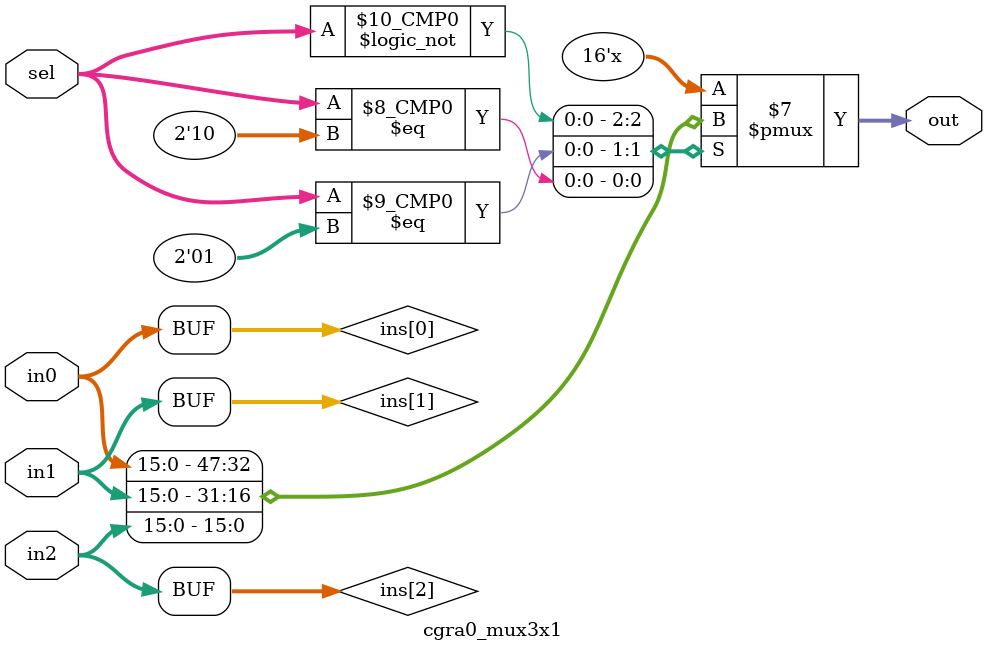
<source format=v>

module cgra0_mux3x1 #
(
  parameter WIDTH = 16
)
(
  input [2-1:0] sel,
  input [WIDTH-1:0] in0,
  input [WIDTH-1:0] in1,
  input [WIDTH-1:0] in2,
  output [WIDTH-1:0] out
);

  wire [WIDTH-1:0] ins [0:3-1];
  assign ins[0] = in0;
  assign ins[1] = in1;
  assign ins[2] = in2;
  assign out = ins[sel];

endmodule

</source>
